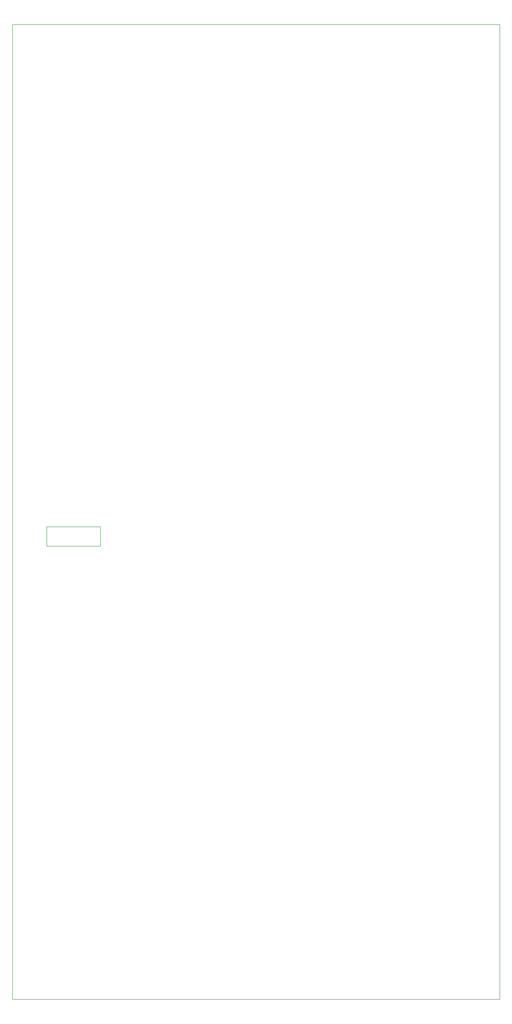
<source format=gm1>
G04 #@! TF.GenerationSoftware,KiCad,Pcbnew,6.0.1-79c1e3a40b~116~ubuntu20.04.1*
G04 #@! TF.CreationDate,2022-01-29T15:48:48-05:00*
G04 #@! TF.ProjectId,herovco_panel,6865726f-7663-46f5-9f70-616e656c2e6b,rev?*
G04 #@! TF.SameCoordinates,Original*
G04 #@! TF.FileFunction,Profile,NP*
%FSLAX46Y46*%
G04 Gerber Fmt 4.6, Leading zero omitted, Abs format (unit mm)*
G04 Created by KiCad (PCBNEW 6.0.1-79c1e3a40b~116~ubuntu20.04.1) date 2022-01-29 15:48:48*
%MOMM*%
%LPD*%
G01*
G04 APERTURE LIST*
G04 #@! TA.AperFunction,Profile*
%ADD10C,0.100000*%
G04 #@! TD*
G04 #@! TA.AperFunction,Profile*
%ADD11C,0.050000*%
G04 #@! TD*
G04 APERTURE END LIST*
D10*
X16100000Y-207600000D02*
X116100000Y-207600000D01*
X116100000Y-7600000D02*
X16100000Y-7600000D01*
X16100000Y-7600000D02*
X16100000Y-207600000D01*
X116100000Y-207600000D02*
X116100000Y-7600000D01*
D11*
G04 #@! TO.C,H4*
X23100000Y-110600000D02*
X34100000Y-110600000D01*
X34100000Y-110600000D02*
X34100000Y-114600000D01*
X34100000Y-114600000D02*
X23100000Y-114600000D01*
X23100000Y-114600000D02*
X23100000Y-110600000D01*
G04 #@! TD*
M02*

</source>
